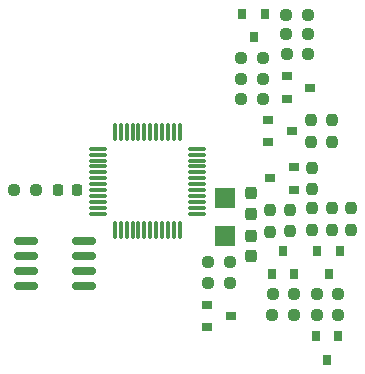
<source format=gtp>
G04 #@! TF.GenerationSoftware,KiCad,Pcbnew,7.0.11-2.fc39*
G04 #@! TF.CreationDate,2024-05-22T12:02:30+02:00*
G04 #@! TF.ProjectId,home_automation_module_std,686f6d65-5f61-4757-946f-6d6174696f6e,1.0*
G04 #@! TF.SameCoordinates,Original*
G04 #@! TF.FileFunction,Paste,Top*
G04 #@! TF.FilePolarity,Positive*
%FSLAX46Y46*%
G04 Gerber Fmt 4.6, Leading zero omitted, Abs format (unit mm)*
G04 Created by KiCad (PCBNEW 7.0.11-2.fc39) date 2024-05-22 12:02:30*
%MOMM*%
%LPD*%
G01*
G04 APERTURE LIST*
G04 Aperture macros list*
%AMRoundRect*
0 Rectangle with rounded corners*
0 $1 Rounding radius*
0 $2 $3 $4 $5 $6 $7 $8 $9 X,Y pos of 4 corners*
0 Add a 4 corners polygon primitive as box body*
4,1,4,$2,$3,$4,$5,$6,$7,$8,$9,$2,$3,0*
0 Add four circle primitives for the rounded corners*
1,1,$1+$1,$2,$3*
1,1,$1+$1,$4,$5*
1,1,$1+$1,$6,$7*
1,1,$1+$1,$8,$9*
0 Add four rect primitives between the rounded corners*
20,1,$1+$1,$2,$3,$4,$5,0*
20,1,$1+$1,$4,$5,$6,$7,0*
20,1,$1+$1,$6,$7,$8,$9,0*
20,1,$1+$1,$8,$9,$2,$3,0*%
G04 Aperture macros list end*
%ADD10RoundRect,0.237500X0.250000X0.237500X-0.250000X0.237500X-0.250000X-0.237500X0.250000X-0.237500X0*%
%ADD11R,0.900000X0.800000*%
%ADD12RoundRect,0.237500X-0.250000X-0.237500X0.250000X-0.237500X0.250000X0.237500X-0.250000X0.237500X0*%
%ADD13RoundRect,0.150000X0.825000X0.150000X-0.825000X0.150000X-0.825000X-0.150000X0.825000X-0.150000X0*%
%ADD14RoundRect,0.237500X0.237500X-0.250000X0.237500X0.250000X-0.237500X0.250000X-0.237500X-0.250000X0*%
%ADD15RoundRect,0.237500X-0.237500X0.300000X-0.237500X-0.300000X0.237500X-0.300000X0.237500X0.300000X0*%
%ADD16R,0.800000X0.900000*%
%ADD17RoundRect,0.237500X-0.237500X0.250000X-0.237500X-0.250000X0.237500X-0.250000X0.237500X0.250000X0*%
%ADD18R,1.800000X1.750000*%
%ADD19RoundRect,0.075000X0.662500X0.075000X-0.662500X0.075000X-0.662500X-0.075000X0.662500X-0.075000X0*%
%ADD20RoundRect,0.075000X0.075000X0.662500X-0.075000X0.662500X-0.075000X-0.662500X0.075000X-0.662500X0*%
%ADD21RoundRect,0.218750X0.218750X0.256250X-0.218750X0.256250X-0.218750X-0.256250X0.218750X-0.256250X0*%
G04 APERTURE END LIST*
D10*
X108585000Y-61087000D03*
X106760000Y-61087000D03*
D11*
X103886000Y-78491000D03*
X103886000Y-80391000D03*
X105886000Y-79441000D03*
X111220000Y-68768000D03*
X111220000Y-66868000D03*
X109220000Y-67818000D03*
D12*
X110593500Y-55626000D03*
X112418500Y-55626000D03*
D13*
X93472000Y-76962000D03*
X93472000Y-75692000D03*
X93472000Y-74422000D03*
X93472000Y-73152000D03*
X88522000Y-73152000D03*
X88522000Y-74422000D03*
X88522000Y-75692000D03*
X88522000Y-76962000D03*
D12*
X87583000Y-68834000D03*
X89408000Y-68834000D03*
D14*
X112776000Y-68730500D03*
X112776000Y-66905500D03*
D15*
X107569000Y-72697000D03*
X107569000Y-74422000D03*
D12*
X113157000Y-77597000D03*
X114982000Y-77597000D03*
D16*
X108773000Y-53880000D03*
X106873000Y-53880000D03*
X107823000Y-55880000D03*
X115012000Y-81169000D03*
X113112000Y-81169000D03*
X114062000Y-83169000D03*
D17*
X114427000Y-70334500D03*
X114427000Y-72159500D03*
X110871000Y-70461500D03*
X110871000Y-72286500D03*
X109220000Y-70485000D03*
X109220000Y-72310000D03*
D14*
X112776000Y-72183000D03*
X112776000Y-70358000D03*
D17*
X116078000Y-70358000D03*
X116078000Y-72183000D03*
D11*
X110617000Y-59182000D03*
X110617000Y-61082000D03*
X112617000Y-60132000D03*
D10*
X105814500Y-74930000D03*
X103989500Y-74930000D03*
X112442000Y-57277000D03*
X110617000Y-57277000D03*
X105814500Y-76708000D03*
X103989500Y-76708000D03*
D15*
X107569000Y-69088000D03*
X107569000Y-70813000D03*
D16*
X109352000Y-75946000D03*
X111252000Y-75946000D03*
X110302000Y-73946000D03*
D12*
X113157000Y-79375000D03*
X114982000Y-79375000D03*
D10*
X112418500Y-53975000D03*
X110593500Y-53975000D03*
D18*
X105410000Y-69469000D03*
X105410000Y-72719000D03*
D11*
X109043000Y-62865000D03*
X109043000Y-64765000D03*
X111043000Y-63815000D03*
D12*
X106760000Y-59436000D03*
X108585000Y-59436000D03*
D10*
X111252000Y-79375000D03*
X109427000Y-79375000D03*
D19*
X102997000Y-70802000D03*
X102997000Y-70302000D03*
X102997000Y-69802000D03*
X102997000Y-69302000D03*
X102997000Y-68802000D03*
X102997000Y-68302000D03*
X102997000Y-67802000D03*
X102997000Y-67302000D03*
X102997000Y-66802000D03*
X102997000Y-66302000D03*
X102997000Y-65802000D03*
X102997000Y-65302000D03*
D20*
X101584500Y-63889500D03*
X101084500Y-63889500D03*
X100584500Y-63889500D03*
X100084500Y-63889500D03*
X99584500Y-63889500D03*
X99084500Y-63889500D03*
X98584500Y-63889500D03*
X98084500Y-63889500D03*
X97584500Y-63889500D03*
X97084500Y-63889500D03*
X96584500Y-63889500D03*
X96084500Y-63889500D03*
D19*
X94672000Y-65302000D03*
X94672000Y-65802000D03*
X94672000Y-66302000D03*
X94672000Y-66802000D03*
X94672000Y-67302000D03*
X94672000Y-67802000D03*
X94672000Y-68302000D03*
X94672000Y-68802000D03*
X94672000Y-69302000D03*
X94672000Y-69802000D03*
X94672000Y-70302000D03*
X94672000Y-70802000D03*
D20*
X96084500Y-72214500D03*
X96584500Y-72214500D03*
X97084500Y-72214500D03*
X97584500Y-72214500D03*
X98084500Y-72214500D03*
X98584500Y-72214500D03*
X99084500Y-72214500D03*
X99584500Y-72214500D03*
X100084500Y-72214500D03*
X100584500Y-72214500D03*
X101084500Y-72214500D03*
X101584500Y-72214500D03*
D16*
X115123000Y-73946000D03*
X113223000Y-73946000D03*
X114173000Y-75946000D03*
D17*
X112649000Y-62865000D03*
X112649000Y-64690000D03*
X114427000Y-62865000D03*
X114427000Y-64690000D03*
D10*
X111275500Y-77597000D03*
X109450500Y-77597000D03*
D12*
X106760000Y-57658000D03*
X108585000Y-57658000D03*
D21*
X92837000Y-68834000D03*
X91262000Y-68834000D03*
M02*

</source>
